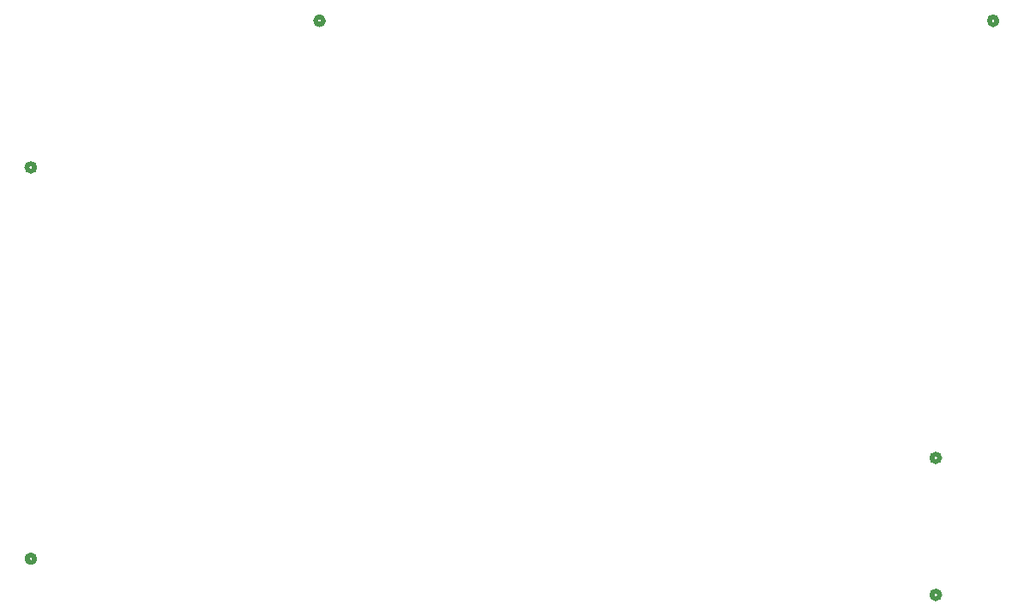
<source format=gbo>
%TF.GenerationSoftware,KiCad,Pcbnew,9.0.4-9.0.4-0~ubuntu24.04.1*%
%TF.CreationDate,2025-09-30T13:12:32+03:00*%
%TF.ProjectId,Esp32-S3-WROOM-1U-N16R8_ controller,45737033-322d-4533-932d-57524f4f4d2d,VER 1.0.0*%
%TF.SameCoordinates,Original*%
%TF.FileFunction,Legend,Bot*%
%TF.FilePolarity,Positive*%
%FSLAX46Y46*%
G04 Gerber Fmt 4.6, Leading zero omitted, Abs format (unit mm)*
G04 Created by KiCad (PCBNEW 9.0.4-9.0.4-0~ubuntu24.04.1) date 2025-09-30 13:12:32*
%MOMM*%
%LPD*%
G01*
G04 APERTURE LIST*
%ADD10C,0.508000*%
G04 APERTURE END LIST*
D10*
%TO.C,J8*%
X187336286Y-81318513D02*
G75*
G02*
X187336286Y-82080513I0J-381000D01*
G01*
X187336286Y-82080513D02*
G75*
G02*
X187336286Y-81318513I0J381000D01*
G01*
%TO.C,J7*%
X187336286Y-94858513D02*
G75*
G02*
X187336286Y-95620513I0J-381000D01*
G01*
X187336286Y-95620513D02*
G75*
G02*
X187336286Y-94858513I0J381000D01*
G01*
%TO.C,J3*%
X192619000Y-38500000D02*
G75*
G02*
X193381000Y-38500000I381000J0D01*
G01*
X193381000Y-38500000D02*
G75*
G02*
X192619000Y-38500000I-381000J0D01*
G01*
%TO.C,J6*%
X98000000Y-52615200D02*
G75*
G02*
X98000000Y-53377200I0J-381000D01*
G01*
X98000000Y-53377200D02*
G75*
G02*
X98000000Y-52615200I0J381000D01*
G01*
%TO.C,J5*%
X98000000Y-91285500D02*
G75*
G02*
X98000000Y-92047500I0J-381000D01*
G01*
X98000000Y-92047500D02*
G75*
G02*
X98000000Y-91285500I0J381000D01*
G01*
%TO.C,J2*%
X126119000Y-38500000D02*
G75*
G02*
X126881000Y-38500000I381000J0D01*
G01*
X126881000Y-38500000D02*
G75*
G02*
X126119000Y-38500000I-381000J0D01*
G01*
%TD*%
M02*

</source>
